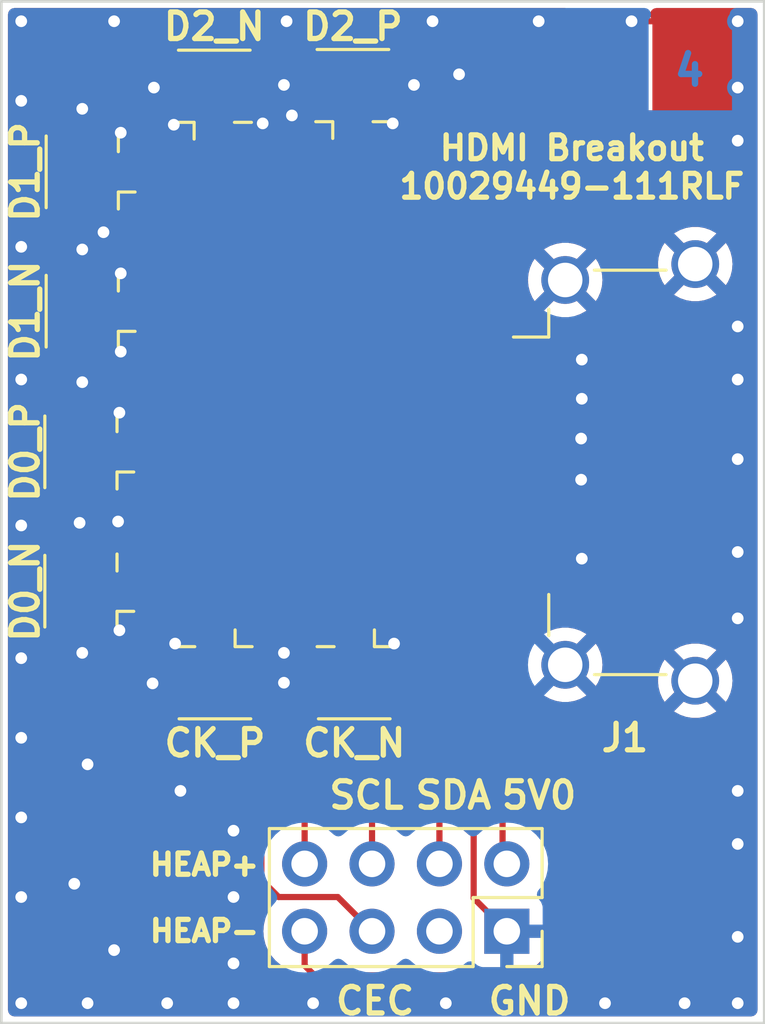
<source format=kicad_pcb>
(kicad_pcb (version 20221018) (generator pcbnew)
  (title_block (title "HDMI Breakout"))
  (layers (0 "F.Cu" signal) (1 "In1.Cu" power) (2 "In2.Cu" power) (31 "B.Cu" signal) (35 "F.Paste" user) (37 "F.SilkS" user "F.Silkscreen") (38 "B.Mask" user) (39 "F.Mask" user) (44 "Edge.Cuts" user))
  (net 0 "")
  (net 1 "D2_P")
  (net 2 "GND")
  (net 3 "D2_N")
  (net 4 "D1_P")
  (net 5 "D1_N")
  (net 6 "D0_P")
  (net 7 "D0_N")
  (net 8 "CK_P")
  (net 9 "CK_N")
  (net 10 "+5V")
  (net 11 "SCL")
  (net 12 "SDA")
  (net 13 "CEC")
  (net 14 "HEAP_P")
  (net 15 "HEAP_N")
  (footprint "Connector_HDMI:HDMI_A_Amphenol_10029449-x01xLF_Horizontal" (layer "F.Cu") (at 162 82 90)
    (fp_text reference "J1" (at -10 -1.75 unlocked) (layer "F.SilkS") (effects (font (thickness 0.2) bold)))
    (fp_text value "HDMI_A_1.4")
    (fp_line (start -7.62 -0.2) (end -7.62 -2.9) (stroke (width 0.12)) (layer "F.SilkS"))
    (fp_line (start -6.15 -4.62) (end -4.6 -4.62) (stroke (width 0.12)) (layer "F.SilkS"))
    (fp_line (start 5.1 -5.95) (end 5.1 -4.62) (stroke (width 0.12)) (layer "F.SilkS"))
    (fp_line (start 5.1 -4.62) (end 6.15 -4.62) (stroke (width 0.12)) (layer "F.SilkS"))
    (fp_line (start 7.62 -2.9) (end 7.62 -0.2) (stroke (width 0.12)) (layer "F.SilkS"))
    (pad "1" smd rect (at 4.75 -5 90) (size 0.3 1.9) (layers "F.Cu" "F.Paste" "F.Mask") (net 1 "D2_P"))
    (pad "2" smd rect (at 4.25 -5 90) (size 0.3 1.9) (layers "F.Cu" "F.Paste" "F.Mask") (net 2 "GND"))
    (pad "3" smd rect (at 3.75 -5 90) (size 0.3 1.9) (layers "F.Cu" "F.Paste" "F.Mask") (net 3 "D2_N"))
    (pad "4" smd rect (at 3.25 -5 90) (size 0.3 1.9) (layers "F.Cu" "F.Paste" "F.Mask") (net 4 "D1_P"))
    (pad "5" smd rect (at 2.75 -5 90) (size 0.3 1.9) (layers "F.Cu" "F.Paste" "F.Mask") (net 2 "GND"))
    (pad "6" smd rect (at 2.25 -5 90) (size 0.3 1.9) (layers "F.Cu" "F.Paste" "F.Mask") (net 5 "D1_N"))
    (pad "7" smd rect (at 1.75 -5 90) (size 0.3 1.9) (layers "F.Cu" "F.Paste" "F.Mask") (net 6 "D0_P"))
    (pad "8" smd rect (at 1.25 -5 90) (size 0.3 1.9) (layers "F.Cu" "F.Paste" "F.Mask") (net 2 "GND"))
    (pad "9" smd rect (at 0.75 -5 90) (size 0.3 1.9) (layers "F.Cu" "F.Paste" "F.Mask") (net 7 "D0_N"))
    (pad "10" smd rect (at 0.25 -5 90) (size 0.3 1.9) (layers "F.Cu" "F.Paste" "F.Mask") (net 8 "CK_P"))
    (pad "11" smd rect (at -0.25 -5 90) (size 0.3 1.9) (layers "F.Cu" "F.Paste" "F.Mask") (net 2 "GND"))
    (pad "12" smd rect (at -0.75 -5 90) (size 0.3 1.9) (layers "F.Cu" "F.Paste" "F.Mask") (net 9 "CK_N"))
    (pad "13" smd rect (at -1.25 -5 90) (size 0.3 1.9) (layers "F.Cu" "F.Paste" "F.Mask") (net 13 "CEC"))
    (pad "14" smd rect (at -1.75 -5 90) (size 0.3 1.9) (layers "F.Cu" "F.Paste" "F.Mask") (net 14 "HEAP_P"))
    (pad "15" smd rect (at -2.25 -5 90) (size 0.3 1.9) (layers "F.Cu" "F.Paste" "F.Mask") (net 11 "SCL"))
    (pad "16" smd rect (at -2.75 -5 90) (size 0.3 1.9) (layers "F.Cu" "F.Paste" "F.Mask") (net 12 "SDA"))
    (pad "17" smd rect (at -3.25 -5 90) (size 0.3 1.9) (layers "F.Cu" "F.Paste" "F.Mask") (net 2 "GND"))
    (pad "18" smd rect (at -3.75 -5 90) (size 0.3 1.9) (layers "F.Cu" "F.Paste" "F.Mask") (net 10 "+5V"))
    (pad "19" smd rect (at -4.25 -5 90) (size 0.3 1.9) (layers "F.Cu" "F.Paste" "F.Mask") (net 15 "HEAP_N"))
    (pad "SH" thru_hole circle (at -7.85 0.9 90) (size 1.8 1.8) (drill 1.3) (layers "*.Cu" "*.Mask") (net 2 "GND"))
    (pad "SH" thru_hole circle (at -7.25 -4 90) (size 1.8 1.8) (drill 1.3) (layers "*.Cu" "*.Mask") (net 2 "GND"))
    (pad "SH" thru_hole circle (at 7.25 -4 90) (size 1.8 1.8) (drill 1.3) (layers "*.Cu" "*.Mask") (net 2 "GND"))
    (pad "SH" thru_hole circle (at 7.85 0.9 90) (size 1.8 1.8) (drill 1.3) (layers "*.Cu" "*.Mask") (net 2 "GND"))
  )
  (footprint "Connector_PinSocket_2.54mm:PinSocket_2x04_P2.54mm_Vertical" (layer "F.Cu") (at 155.8 99.29 -90)
    (fp_text reference "J10" hide)
    (fp_text value "Control")
    (fp_text user "SDA" (at -4.54 3.55 unlocked) (layer "F.SilkS") (effects (font (thickness 0.2) bold) (justify left bottom)))
    (fp_text user "SCL" (at -4.54 6.8 unlocked) (layer "F.SilkS") (effects (font (thickness 0.2) bold) (justify left bottom)))
    (fp_text user "GND" (at 3.21 0.8 unlocked) (layer "F.SilkS") (effects (font (thickness 0.2) bold) (justify left bottom)))
    (fp_text user "5V0" (at -4.54 0.3 unlocked) (layer "F.SilkS") (effects (font (thickness 0.2) bold) (justify left bottom)))
    (fp_text user "CEC" (at 3.21 6.55 unlocked) (layer "F.SilkS") (effects (font (thickness 0.2) bold) (justify left bottom)))
    (fp_text user "HEAP+" (at -2.04 13.55 unlocked) (layer "F.SilkS") (effects (font (size 0.8 0.8) (thickness 0.2) bold) (justify left bottom)))
    (fp_text user "HEAP-" (at 0.46 13.55 unlocked) (layer "F.SilkS") (effects (font (size 0.8 0.8) (thickness 0.2) bold) (justify left bottom)))
    (fp_line (start -3.87 -1.33) (end -3.87 8.95) (stroke (width 0.12)) (layer "F.SilkS"))
    (fp_line (start -3.87 -1.33) (end -1.27 -1.33) (stroke (width 0.12)) (layer "F.SilkS"))
    (fp_line (start -3.87 8.95) (end 1.33 8.95) (stroke (width 0.12)) (layer "F.SilkS"))
    (fp_line (start -1.27 -1.33) (end -1.27 1.27) (stroke (width 0.12)) (layer "F.SilkS"))
    (fp_line (start -1.27 1.27) (end 1.33 1.27) (stroke (width 0.12)) (layer "F.SilkS"))
    (fp_line (start 0 -1.33) (end 1.33 -1.33) (stroke (width 0.12)) (layer "F.SilkS"))
    (fp_line (start 1.33 -1.33) (end 1.33 0) (stroke (width 0.12)) (layer "F.SilkS"))
    (fp_line (start 1.33 1.27) (end 1.33 8.95) (stroke (width 0.12)) (layer "F.SilkS"))
    (pad "1" thru_hole rect (at 0 0 270) (size 1.7 1.7) (drill 1) (layers "*.Cu" "*.Mask") (net 2 "GND"))
    (pad "2" thru_hole oval (at -2.54 0 270) (size 1.7 1.7) (drill 1) (layers "*.Cu" "*.Mask") (net 10 "+5V"))
    (pad "3" thru_hole oval (at 0 2.54 270) (size 1.7 1.7) (drill 1) (layers "*.Cu" "*.Mask"))
    (pad "4" thru_hole oval (at -2.54 2.54 270) (size 1.7 1.7) (drill 1) (layers "*.Cu" "*.Mask") (net 12 "SDA"))
    (pad "5" thru_hole oval (at 0 5.08 270) (size 1.7 1.7) (drill 1) (layers "*.Cu" "*.Mask") (net 13 "CEC"))
    (pad "6" thru_hole oval (at -2.54 5.08 270) (size 1.7 1.7) (drill 1) (layers "*.Cu" "*.Mask") (net 11 "SCL"))
    (pad "7" thru_hole oval (at 0 7.62 270) (size 1.7 1.7) (drill 1) (layers "*.Cu" "*.Mask") (net 15 "HEAP_N"))
    (pad "8" thru_hole oval (at -2.54 7.62 270) (size 1.7 1.7) (drill 1) (layers "*.Cu" "*.Mask") (net 14 "HEAP_P"))
  )
  (footprint "U.FL_w_Label:U.FL_Hirose_w_Label" (layer "F.Cu") (at 144.775 67.925 90)
    (fp_text reference "J3")
    (fp_text value "D2_N" (at 2.725 0) (layer "F.SilkS") (effects (font (thickness 0.2) bold)))
    (fp_line (start -0.885 -1.4) (end -0.885 -0.76) (stroke (width 0.12)) (layer "F.SilkS"))
    (fp_line (start -0.885 -0.76) (end -1.515 -0.76) (stroke (width 0.12)) (layer "F.SilkS"))
    (fp_line (start -0.885 1.4) (end -0.885 0.76) (stroke (width 0.12)) (layer "F.SilkS"))
    (fp_line (start 1.835 -1.35) (end 1.835 1.35) (stroke (width 0.12)) (layer "F.SilkS"))
    (pad "1" smd rect (at -1.05 0 90) (size 1.05 1) (layers "F.Cu" "F.Paste" "F.Mask") (net 3 "D2_N"))
    (pad "2" smd rect (at 0.475 -1.475 90) (size 2.2 1.05) (layers "F.Cu" "F.Paste" "F.Mask") (net 2 "GND"))
    (pad "2" smd rect (at 0.475 1.475 90) (size 2.2 1.05) (layers "F.Cu" "F.Paste" "F.Mask") (net 2 "GND"))
  )
  (footprint "U.FL_w_Label:U.FL_Hirose_w_Label" (layer "F.Cu") (at 140.275 75.925 180)
    (fp_text reference "J5")
    (fp_text value "D1_N" (at 2.625 0 90) (layer "F.SilkS") (effects (font (thickness 0.2) bold)))
    (fp_line (start -0.885 -1.4) (end -0.885 -0.76) (stroke (width 0.12)) (layer "F.SilkS"))
    (fp_line (start -0.885 -0.76) (end -1.515 -0.76) (stroke (width 0.12)) (layer "F.SilkS"))
    (fp_line (start -0.885 1.4) (end -0.885 0.76) (stroke (width 0.12)) (layer "F.SilkS"))
    (fp_line (start 1.835 -1.35) (end 1.835 1.35) (stroke (width 0.12)) (layer "F.SilkS"))
    (pad "1" smd rect (at -1.05 0 180) (size 1.05 1) (layers "F.Cu" "F.Paste" "F.Mask") (net 5 "D1_N"))
    (pad "2" smd rect (at 0.475 -1.475 180) (size 2.2 1.05) (layers "F.Cu" "F.Paste" "F.Mask") (net 2 "GND"))
    (pad "2" smd rect (at 0.475 1.475 180) (size 2.2 1.05) (layers "F.Cu" "F.Paste" "F.Mask") (net 2 "GND"))
  )
  (footprint "U.FL_w_Label:U.FL_Hirose_w_Label" (layer "F.Cu") (at 144.8 89.45 -90)
    (fp_text reference "J8")
    (fp_text value "CK_P" (at 2.75 0) (layer "F.SilkS") (effects (font (thickness 0.2) bold)))
    (fp_line (start -0.885 -1.4) (end -0.885 -0.76) (stroke (width 0.12)) (layer "F.SilkS"))
    (fp_line (start -0.885 -0.76) (end -1.515 -0.76) (stroke (width 0.12)) (layer "F.SilkS"))
    (fp_line (start -0.885 1.4) (end -0.885 0.76) (stroke (width 0.12)) (layer "F.SilkS"))
    (fp_line (start 1.835 -1.35) (end 1.835 1.35) (stroke (width 0.12)) (layer "F.SilkS"))
    (pad "1" smd rect (at -1.05 0 270) (size 1.05 1) (layers "F.Cu" "F.Paste" "F.Mask") (net 8 "CK_P"))
    (pad "2" smd rect (at 0.475 -1.475 270) (size 2.2 1.05) (layers "F.Cu" "F.Paste" "F.Mask") (net 2 "GND"))
    (pad "2" smd rect (at 0.475 1.475 270) (size 2.2 1.05) (layers "F.Cu" "F.Paste" "F.Mask") (net 2 "GND"))
  )
  (footprint "U.FL_w_Label:U.FL_Hirose_w_Label" (layer "F.Cu") (at 140.225 86.475 180)
    (fp_text reference "J7")
    (fp_text value "D0_N" (at 2.575 0 90) (layer "F.SilkS") (effects (font (thickness 0.2) bold)))
    (fp_line (start -0.885 -1.4) (end -0.885 -0.76) (stroke (width 0.12)) (layer "F.SilkS"))
    (fp_line (start -0.885 -0.76) (end -1.515 -0.76) (stroke (width 0.12)) (layer "F.SilkS"))
    (fp_line (start -0.885 1.4) (end -0.885 0.76) (stroke (width 0.12)) (layer "F.SilkS"))
    (fp_line (start 1.835 -1.35) (end 1.835 1.35) (stroke (width 0.12)) (layer "F.SilkS"))
    (pad "1" smd rect (at -1.05 0 180) (size 1.05 1) (layers "F.Cu" "F.Paste" "F.Mask") (net 7 "D0_N"))
    (pad "2" smd rect (at 0.475 -1.475 180) (size 2.2 1.05) (layers "F.Cu" "F.Paste" "F.Mask") (net 2 "GND"))
    (pad "2" smd rect (at 0.475 1.475 180) (size 2.2 1.05) (layers "F.Cu" "F.Paste" "F.Mask") (net 2 "GND"))
  )
  (footprint "U.FL_w_Label:U.FL_Hirose_w_Label" (layer "F.Cu") (at 150.05 89.45 -90)
    (fp_text reference "J9")
    (fp_text value "CK_N" (at 2.75 0) (layer "F.SilkS") (effects (font (thickness 0.2) bold)))
    (fp_line (start -0.885 -1.4) (end -0.885 -0.76) (stroke (width 0.12)) (layer "F.SilkS"))
    (fp_line (start -0.885 -0.76) (end -1.515 -0.76) (stroke (width 0.12)) (layer "F.SilkS"))
    (fp_line (start -0.885 1.4) (end -0.885 0.76) (stroke (width 0.12)) (layer "F.SilkS"))
    (fp_line (start 1.835 -1.35) (end 1.835 1.35) (stroke (width 0.12)) (layer "F.SilkS"))
    (pad "1" smd rect (at -1.05 0 270) (size 1.05 1) (layers "F.Cu" "F.Paste" "F.Mask") (net 9 "CK_N"))
    (pad "2" smd rect (at 0.475 -1.475 270) (size 2.2 1.05) (layers "F.Cu" "F.Paste" "F.Mask") (net 2 "GND"))
    (pad "2" smd rect (at 0.475 1.475 270) (size 2.2 1.05) (layers "F.Cu" "F.Paste" "F.Mask") (net 2 "GND"))
  )
  (footprint "U.FL_w_Label:U.FL_Hirose_w_Label" (layer "F.Cu") (at 140.225 81.225 180)
    (fp_text reference "J6")
    (fp_text value "D0_P" (at 2.575 0 90) (layer "F.SilkS") (effects (font (thickness 0.2) bold)))
    (fp_line (start -0.885 -1.4) (end -0.885 -0.76) (stroke (width 0.12)) (layer "F.SilkS"))
    (fp_line (start -0.885 -0.76) (end -1.515 -0.76) (stroke (width 0.12)) (layer "F.SilkS"))
    (fp_line (start -0.885 1.4) (end -0.885 0.76) (stroke (width 0.12)) (layer "F.SilkS"))
    (fp_line (start 1.835 -1.35) (end 1.835 1.35) (stroke (width 0.12)) (layer "F.SilkS"))
    (pad "1" smd rect (at -1.05 0 180) (size 1.05 1) (layers "F.Cu" "F.Paste" "F.Mask") (net 6 "D0_P"))
    (pad "2" smd rect (at 0.475 -1.475 180) (size 2.2 1.05) (layers "F.Cu" "F.Paste" "F.Mask") (net 2 "GND"))
    (pad "2" smd rect (at 0.475 1.475 180) (size 2.2 1.05) (layers "F.Cu" "F.Paste" "F.Mask") (net 2 "GND"))
  )
  (footprint "U.FL_w_Label:U.FL_Hirose_w_Label" (layer "F.Cu") (at 140.275 70.675 180)
    (fp_text reference "J4")
    (fp_text value "D1_P" (at 2.625 0 90) (layer "F.SilkS") (effects (font (thickness 0.2) bold)))
    (fp_line (start -0.885 -1.4) (end -0.885 -0.76) (stroke (width 0.12)) (layer "F.SilkS"))
    (fp_line (start -0.885 -0.76) (end -1.515 -0.76) (stroke (width 0.12)) (layer "F.SilkS"))
    (fp_line (start -0.885 1.4) (end -0.885 0.76) (stroke (width 0.12)) (layer "F.SilkS"))
    (fp_line (start 1.835 -1.35) (end 1.835 1.35) (stroke (width 0.12)) (layer "F.SilkS"))
    (pad "1" smd rect (at -1.05 0 180) (size 1.05 1) (layers "F.Cu" "F.Paste" "F.Mask") (net 4 "D1_P"))
    (pad "2" smd rect (at 0.475 -1.475 180) (size 2.2 1.05) (layers "F.Cu" "F.Paste" "F.Mask") (net 2 "GND"))
    (pad "2" smd rect (at 0.475 1.475 180) (size 2.2 1.05) (layers "F.Cu" "F.Paste" "F.Mask") (net 2 "GND"))
  )
  (footprint "U.FL_w_Label:U.FL_Hirose_w_Label" (layer "F.Cu") (at 150 67.9 90)
    (fp_text reference "J2")
    (fp_text value "D2_P" (at 2.7 0) (layer "F.SilkS") (effects (font (thickness 0.2) bold)))
    (fp_line (start -0.885 -1.4) (end -0.885 -0.76) (stroke (width 0.12)) (layer "F.SilkS"))
    (fp_line (start -0.885 -0.76) (end -1.515 -0.76) (stroke (width 0.12)) (layer "F.SilkS"))
    (fp_line (start -0.885 1.4) (end -0.885 0.76) (stroke (width 0.12)) (layer "F.SilkS"))
    (fp_line (start 1.835 -1.35) (end 1.835 1.35) (stroke (width 0.12)) (layer "F.SilkS"))
    (pad "1" smd rect (at -1.05 0 90) (size 1.05 1) (layers "F.Cu" "F.Paste" "F.Mask") (net 1 "D2_P"))
    (pad "2" smd rect (at 0.475 -1.475 90) (size 2.2 1.05) (layers "F.Cu" "F.Paste" "F.Mask") (net 2 "GND"))
    (pad "2" smd rect (at 0.475 1.475 90) (size 2.2 1.05) (layers "F.Cu" "F.Paste" "F.Mask") (net 2 "GND"))
  )
  (gr_line (start 136.75 102.75) (end 136.75 64.25) (stroke (width 0.1)) (layer "Edge.Cuts"))
  (gr_line (start 165.5 102.75) (end 165.5 64.25) (stroke (width 0.1)) (layer "Edge.Cuts"))
  (gr_line (start 165.5 102.75) (end 136.75 102.75) (stroke (width 0.1)) (layer "Edge.Cuts"))
  (gr_line (start 165.5 64.25) (end 136.75 64.25) (stroke (width 0.1)) (layer "Edge.Cuts"))
  (gr_text "1" (at 159 67.5) (layer "F.Cu") (effects (font (size 1.1 1.1) (thickness 0.24) bold) (justify left bottom)))
  (gr_text "4" (at 162 67.5) (layer "B.Cu") (effects (font (size 1.1 1.1) (thickness 0.24) bold) (justify left bottom)))
  (gr_text "HDMI Breakout\n10029449-111RLF" (at 158.25 71.75) (layer "F.SilkS") (effects (font (size 0.9 0.9) (thickness 0.2) bold) (justify bottom)))
  (segment (start 147.8 72.891631) (end 148.454184 73.545816) (width 0.2329) (layer "F.Cu") (net 1))
  (segment (start 150.655865 75.065916) (end 151.404492 74.31729) (width 0.2329) (layer "F.Cu") (net 1))
  (segment (start 148.55 68.95) (end 147.802731 69.697269) (width 0.2329) (layer "F.Cu") (net 1))
  (segment (start 152.702809 74.317291) (end 152.70281 74.317292) (width 0.2329) (layer "F.Cu") (net 1))
  (segment (start 148.454184 73.545816) (end 148.845816 73.545816) (width 0.2329) (layer "F.Cu") (net 1))
  (segment (start 151.954184 77.045817) (end 152.440319 77.53195) (width 0.2329) (layer "F.Cu") (net 1))
  (segment (start 155.293049 77.53195) (end 155.574999 77.25) (width 0.2329) (layer "F.Cu") (net 1))
  (segment (start 152.440319 77.53195) (end 155.293049 77.53195) (width 0.2329) (layer "F.Cu") (net 1))
  (segment (start 149.6 74.691632) (end 149.974284 75.065917) (width 0.2329) (layer "F.Cu") (net 1))
  (segment (start 150 68.95) (end 148.55 68.95) (width 0.2329) (layer "F.Cu") (net 1))
  (segment (start 155.574999 77.25) (end 157 77.25) (width 0.2329) (layer "F.Cu") (net 1))
  (segment (start 147.802731 69.697269) (end 147.802731 71.797269) (width 0.2329) (layer "F.Cu") (net 1))
  (segment (start 149.6 74.3) (end 149.6 74.691632) (width 0.2329) (layer "F.Cu") (net 1))
  (segment (start 147.802731 71.797269) (end 147.8 71.8) (width 0.2329) (layer "F.Cu") (net 1))
  (segment (start 148.845816 73.545816) (end 149.6 74.3) (width 0.2329) (layer "F.Cu") (net 1))
  (segment (start 147.8 71.8) (end 147.8 72.891631) (width 0.2329) (layer "F.Cu") (net 1))
  (segment (start 152.702809 75.615609) (end 151.954184 76.364235) (width 0.2329) (layer "F.Cu") (net 1))
  (arc (start 149.974284 75.065917) (mid 150.315075 75.207077) (end 150.655865 75.065916) (width 0.2329) (layer "F.Cu") (net 1))
  (arc (start 152.70281 74.317292) (mid 152.9717 74.966451) (end 152.702809 75.615609) (width 0.2329) (layer "F.Cu") (net 1))
  (arc (start 151.954184 76.364235) (mid 151.813024 76.705026) (end 151.954184 77.045817) (width 0.2329) (layer "F.Cu") (net 1))
  (arc (start 151.404492 74.31729) (mid 152.053651 74.0484) (end 152.702809 74.317291) (width 0.2329) (layer "F.Cu") (net 1))
  (segment (start 145.5 98) (end 145.5 95.5) (width 0.2329) (layer "F.Cu") (net 2))
  (segment (start 139.75 83.95) (end 139.75 85) (width 0.2329) (layer "F.Cu") (net 2))
  (segment (start 148.575 91.625) (end 146.2 94) (width 0.2329) (layer "F.Cu") (net 2))
  (segment (start 139.75 87.95) (end 141.2 87.95) (width 0.2329) (layer "F.Cu") (net 2))
  (segment (start 153 65) (end 157 65) (width 0.2329) (layer "F.Cu") (net 2))
  (segment (start 139.8 77.4) (end 139.8 78.6) (width 0.2329) (layer "F.Cu") (net 2))
  (segment (start 139.7 83.9) (end 139.7 82.75) (width 0.2329) (layer "F.Cu") (net 2))
  (segment (start 151.475 68.825) (end 151.5 68.85) (width 0.2329) (layer "F.Cu") (net 2))
  (segment (start 141.2 77.4) (end 141.25 77.45) (width 0.2329) (layer "F.Cu") (net 2))
  (segment (start 139.8 67.3) (end 137.5 65) (width 0.2329) (layer "F.Cu") (net 2))
  (segment (start 148.45 88.85) (end 147.45 88.85) (width 0.2329) (layer "F.Cu") (net 2))
  (segment (start 148.575 88.975) (end 148.45 88.85) (width 0.2329) (layer "F.Cu") (net 2))
  (segment (start 139.75 82.7) (end 140.2 82.7) (width 0.2329) (layer "F.Cu") (net 2))
  (segment (start 137.5 73.5) (end 137.5 78.5) (width 0.2329) (layer "F.Cu") (net 2))
  (segment (start 146.275 89.925) (end 146.275 89.425) (width 0.2329) (layer "F.Cu") (net 2))
  (segment (start 139.8 74.45) (end 141.2 74.45) (width 0.2329) (layer "F.Cu") (net 2))
  (segment (start 151.475 67.425) (end 152.275 67.425) (width 0.2329) (layer "F.Cu") (net 2))
  (segment (start 143.3 67.45) (end 143.3 68.85) (width 0.2329) (layer "F.Cu") (net 2))
  (segment (start 146.25 67.45) (end 146.25 68.5) (width 0.2329) (layer "F.Cu") (net 2))
  (segment (start 139.5 98.5) (end 141 100) (width 0.2329) (layer "F.Cu") (net 2))
  (segment (start 141 65) (end 147.5 65) (width 0.2329) (layer "F.Cu") (net 2))
  (segment (start 143.5 94) (end 141 94) (width 0.2329) (layer "F.Cu") (net 2))
  (segment (start 148.575 91.625) (end 149.225 91.625) (width 0.2329) (layer "F.Cu") (net 2))
  (segment (start 158.575 80.75) (end 158.6 80.725) (width 0.2329) (layer "F.Cu") (net 2))
  (segment (start 153.5 102) (end 159.5 102) (width 0.2329) (layer "F.Cu") (net 2))
  (segment (start 139.8 74.45) (end 139.8 73.6) (width 0.2329) (layer "F.Cu") (net 2))
  (segment (start 145.5 102) (end 145.5 100.5) (width 0.2329) (layer "F.Cu") (net 2))
  (segment (start 148.575 89.925) (end 148.575 91.625) (width 0.2329) (layer "F.Cu") (net 2))
  (segment (start 155.643961 85.25) (end 157 85.25) (width 0.2329) (layer "F.Cu") (net 2))
  (segment (start 151.525 88.475) (end 151.55 88.45) (width 0.2329) (layer "F.Cu") (net 2))
  (segment (start 160.5 65) (end 164.5 65) (width 0.2329) (layer "F.Cu") (net 2))
  (segment (start 139.8 72.15) (end 140.6 72.95) (width 0.2329) (layer "F.Cu") (net 2))
  (segment (start 143.3 67.45) (end 142.55 67.45) (width 0.2329) (layer "F.Cu") (net 2))
  (segment (start 139.75 85) (end 140.2 85) (width 0.2329) (layer "F.Cu") (net 2))
  (segment (start 141.2 74.45) (end 141.25 74.5) (width 0.2329) (layer "F.Cu") (net 2))
  (segment (start 164.5 85) (end 164.5 81.5) (width 0.2329) (layer "F.Cu") (net 2))
  (segment (start 157 80.75) (end 158.575 80.75) (width 0.2329) (layer "F.Cu") (net 2))
  (segment (start 155.8 99.29) (end 154.55 98.04) (width 0.2329) (layer "F.Cu") (net 2))
  (segment (start 152.275 67.425) (end 152.3 67.4) (width 0.2329) (layer "F.Cu") (net 2))
  (segment (start 139.75 88.75) (end 139.8 88.8) (width 0.2329) (layer "F.Cu") (net 2))
  (segment (start 140 102) (end 143 102) (width 0.2329) (layer "F.Cu") (net 2))
  (segment (start 154.55 98.04) (end 154.55 92.75) (width 0.2329) (layer "F.Cu") (net 2))
  (segment (start 141.15 84.05) (end 141.15 83.85) (width 0.2329) (layer "F.Cu") (net 2))
  (segment (start 158.6 79.25) (end 158.625 79.225) (width 0.2329) (layer "F.Cu") (net 2))
  (segment (start 146.25 67.45) (end 147.35 67.45) (width 0.2329) (layer "F.Cu") (net 2))
  (segment (start 151.525 89.925) (end 151.525 88.475) (width 0.2329) (layer "F.Cu") (net 2))
  (segment (start 140.2 82.7) (end 141.15 83.65) (width 0.2329) (layer "F.Cu") (net 2))
  (segment (start 139.8 77.4) (end 141.2 77.4) (width 0.2329) (layer "F.Cu") (net 2))
  (segment (start 139.75 87.95) (end 139.75 88.75) (width 0.2329) (layer "F.Cu") (net 2))
  (segment (start 147.4 88.8) (end 147.4 89.925) (width 0.2329) (layer "F.Cu") (net 2))
  (segment (start 141 94) (end 140 93) (width 0.2329) (layer "F.Cu") (net 2))
  (segment (start 162.5 102) (end 164.5 102) (width 0.2329) (layer "F.Cu") (net 2))
  (segment (start 139.7 82.75) (end 139.75 82.7) (width 0.2329) (layer "F.Cu") (net 2))
  (segment (start 140.2 85) (end 141.15 84.05) (width 0.2329) (layer "F.Cu") (net 2))
  (segment (start 143.325 89.925) (end 143.325 88.475) (width 0.2329) (layer "F.Cu") (net 2))
  (segment (start 164.5 69.5) (end 164.5 67.5) (width 0.2329) (layer "F.Cu") (net 2))
  (segment (start 139.75 78.65) (end 139.8 78.6) (width 0.2329) (layer "F.Cu") (net 2))
  (segment (start 155.2028 92.0972) (end 155.2028 85.691161) (width 0.2329) (layer "F.Cu") (net 2))
  (segment (start 148.525 67.425) (end 147.425 67.425) (width 0.2329) (layer "F.Cu") (net 2))
  (segment (start 147.4 89.925) (end 146.275 89.925) (width 0.2329) (layer "F.Cu") (net 2))
  (segment (start 148.525 67.725) (end 147.7 68.55) (width 0.2329) (layer "F.Cu") (net 2))
  (segment (start 139.75 79.75) (end 139.75 78.65) (width 0.2329) (layer "F.Cu") (net 2))
  (segment (start 164.66645 87.66645) (end 164.5 87.5) (width 0.2329) (layer "F.Cu") (net 2))
  (segment (start 158.55 82.25) (end 158.575 82.275) (width 0.2329) (layer "F.Cu") (net 2))
  (segment (start 147.4 89.925) (end 148.575 89.925) (width 0.2329) (layer "F.Cu") (net 2))
  (segment (start 143.325 89.925) (end 142.475 89.925) (width 0.2329) (layer "F.Cu") (net 2))
  (segment (start 146.2 94) (end 143.5 94) (width 0.2329) (layer "F.Cu") (net 2))
  (segment (start 137.5 65) (end 137.5 68) (width 0.2329) (layer "F.Cu") (net 2))
  (segment (start 157 85.25) (end 158.55 85.25) (width 0.2329) (layer "F.Cu") (net 2))
  (segment (start 146.9 88.8) (end 147.4 88.8) (width 0.2329) (layer "F.Cu") (net 2))
  (segment (start 157 79.25) (end 158.6 79.25) (width 0.2329) (layer "F.Cu") (net 2))
  (segment (start 153 66) (end 154 67) (width 0.2329) (layer "F.Cu") (net 2))
  (segment (start 137.5 98) (end 137.5 102) (width 0.2329) (layer "F.Cu") (net 2))
  (segment (start 139.5 97.5) (end 139.5 98.5) (width 0.2329) (layer "F.Cu") (net 2))
  (segment (start 148.525 67.425) (end 148.525 67.725) (width 0.2329) (layer "F.Cu") (net 2))
  (segment (start 157 77.75) (end 158.625 77.75) (width 0.2329) (layer "F.Cu") (net 2))
  (segment (start 141.15 83.65) (end 141.15 83.85) (width 0.2329) (layer "F.Cu") (net 2))
  (segment (start 164.5 99.5) (end 164.5 96) (width 0.2329) (layer "F.Cu") (net 2))
  (segment (start 139.8 72.15) (end 139.8 73.6) (width 0.2329) (layer "F.Cu") (net 2))
  (segment (start 150.05 89.925) (end 151.525 89.925) (width 0.2329) (layer "F.Cu") (net 2))
  (segment (start 148.575 89.925) (end 150.05 89.925) (width 0.2329) (layer "F.Cu") (net 2))
  (segment (start 142.55 67.45) (end 142.5 67.5) (width 0.2329) (layer "F.Cu") (net 2))
  (segment (start 139.8 69.2) (end 141.25 69.2) (width 0.2329) (layer "F.Cu") (net 2))
  (segment (start 147.425 67.425) (end 147.4 67.4) (width 0.2329) (layer "F.Cu") (net 2))
  (segment (start 137.5 92) (end 137.5 95) (width 0.2329) (layer "F.Cu") (net 2))
  (segment (start 145.5 102) (end 148.5 102) (width 0.2329) (layer "F.Cu") (net 2))
  (segment (start 139.8 68.3) (end 139.8 67.3) (width 0.2329) (layer "F.Cu") (net 2))
  (segment (start 137.5 84) (end 137.5 89) (width 0.2329) (layer "F.Cu") (net 2))
  (segment (start 164.5 78.5) (end 164.5 76.5) (width 0.2329) (layer "F.Cu") (net 2))
  (segment (start 153 65) (end 153 66) (width 0.2329) (layer "F.Cu") (net 2))
  (segment (start 147.35 67.45) (end 147.4 67.4) (width 0.2329) (layer "F.Cu") (net 2))
  (segment (start 149.225 91.625) (end 150.05 90.8) (width 0.2329) (layer "F.Cu") (net 2))
  (segment (start 146.25 68.5) (end 146.6 68.85) (width 0.2329) (layer "F.Cu") (net 2))
  (segment (start 148.575 89.925) (end 148.575 88.975) (width 0.2329) (layer "F.Cu") (net 2))
  (segment (start 150.05 89.925) (end 150.05 90.8) (width 0.2329) (layer "F.Cu") (net 2))
  (segment (start 143.325 88.475) (end 143.3 88.45) (width 0.2329) (layer "F.Cu") (net 2))
  (segment (start 139.75 79.75) (end 141.2 79.75) (width 0.2329) (layer "F.Cu") (net 2))
  (segment (start 139.8 69.2) (end 139.8 68.3) (width 0.2329) (layer "F.Cu") (net 2))
  (segment (start 143.3 68.85) (end 143.25 68.9) (width 0.2329) (layer "F.Cu") (net 2))
  (segment (start 139.7 83.9) (end 139.75 83.95) (width 0.2329) (layer "F.Cu") (net 2))
  (segment (start 157 82.25) (end 158.55 82.25) (width 0.2329) (layer "F.Cu") (net 2))
  (segment (start 146.275 89.425) (end 146.9 88.8) (width 0.2329) (layer "F.Cu") (net 2))
  (segment (start 164.5 94) (end 164.66645 93.83355) (width 0.2329) (layer "F.Cu") (net 2))
  (segment (start 147.45 88.85) (end 147.4 88.8) (width 0.2329) (layer "F.Cu") (net 2))
  (segment (start 164.66645 93.83355) (end 164.66645 87.66645) (width 0.2329) (layer "F.Cu") (net 2))
  (segment (start 155.2028 85.691161) (end 155.643961 85.25) (width 0.2329) (layer "F.Cu") (net 2))
  (segment (start 142.475 89.925) (end 142.45 89.95) (width 0.2329) (layer "F.Cu") (net 2))
  (segment (start 154.55 92.75) (end 155.2028 92.0972) (width 0.2329) (layer "F.Cu") (net 2))
  (segment (start 151.475 67.425) (end 151.475 68.825) (width 0.2329) (layer "F.Cu") (net 2))
  (segment (start 158.55 85.25) (end 158.575 85.275) (width 0.2329) (layer "F.Cu") (net 2))
  (via (at 141.25 69.2) (size 0.8) (drill 0.44) (layers "F.Cu" "B.Cu") (net 2))
  (via (at 137.5 98) (size 0.8) (drill 0.44) (layers "F.Cu" "B.Cu") (net 2))
  (via (at 148.5 102) (size 0.8) (drill 0.44) (layers "F.Cu" "B.Cu") (net 2))
  (via (at 141.25 74.5) (size 0.8) (drill 0.44) (layers "F.Cu" "B.Cu") (net 2))
  (via (at 137.5 102) (size 0.8) (drill 0.44) (layers "F.Cu" "B.Cu") (net 2))
  (via (at 164.5 69.5) (size 0.8) (drill 0.44) (layers "F.Cu" "B.Cu") (net 2))
  (via (at 142.45 89.95) (size 0.8) (drill 0.44) (layers "F.Cu" "B.Cu") (net 2))
  (via (at 147.4 67.4) (size 0.8) (drill 0.44) (layers "F.Cu" "B.Cu") (net 2))
  (via (at 164.5 85) (size 0.8) (drill 0.44) (layers "F.Cu" "B.Cu") (net 2))
  (via (at 158.625 79.225) (size 0.8) (drill 0.44) (layers "F.Cu" "B.Cu") (net 2))
  (via (at 137.5 89) (size 0.8) (drill 0.44) (layers "F.Cu" "B.Cu") (net 2))
  (via (at 164.5 81.5) (size 0.8) (drill 0.44) (layers "F.Cu" "B.Cu") (net 2))
  (via (at 147.4 89.925) (size 0.8) (drill 0.44) (layers "F.Cu" "B.Cu") (net 2))
  (via (at 153 65) (size 0.8) (drill 0.44) (layers "F.Cu" "B.Cu") (net 2))
  (via (at 164.5 96) (size 0.8) (drill 0.44) (layers "F.Cu" "B.Cu") (net 2))
  (via (at 164.5 94) (size 0.8) (drill 0.44) (layers "F.Cu" "B.Cu") (net 2))
  (via (at 164.5 65) (size 0.8) (drill 0.44) (layers "F.Cu" "B.Cu") (net 2))
  (via (at 137.5 68) (size 0.8) (drill 0.44) (layers "F.Cu" "B.Cu") (net 2))
  (via (at 141.25 77.45) (size 0.8) (drill 0.44) (layers "F.Cu" "B.Cu") (net 2))
  (via (at 158.625 77.75) (size 0.8) (drill 0.44) (layers "F.Cu" "B.Cu") (net 2))
  (via (at 137.5 95) (size 0.8) (drill 0.44) (layers "F.Cu" "B.Cu") (net 2))
  (via (at 140 93) (size 0.8) (drill 0.44) (layers "F.Cu" "B.Cu") (net 2))
  (via (at 164.5 67.5) (size 0.8) (drill 0.44) (layers "F.Cu" "B.Cu") (net 2))
  (via (at 158.6 80.725) (size 0.8) (drill 0.44) (layers "F.Cu" "B.Cu") (net 2))
  (via (at 140.6 72.95) (size 0.8) (drill 0.44) (layers "F.Cu" "B.Cu") (net 2))
  (via (at 141.2 79.75) (size 0.8) (drill 0.44) (layers "F.Cu" "B.Cu") (net 2))
  (via (at 140 102) (size 0.8) (drill 0.44) (layers "F.Cu" "B.Cu") (net 2))
  (via (at 141.2 87.95) (size 0.8) (drill 0.44) (layers "F.Cu" "B.Cu") (net 2))
  (via (at 139.8 88.8) (size 0.8) (drill 0.44) (layers "F.Cu" "B.Cu") (net 2))
  (via (at 147.5 65) (size 0.8) (drill 0.44) (layers "F.Cu" "B.Cu") (net 2))
  (via (at 143 102) (size 0.8) (drill 0.44) (layers "F.Cu" "B.Cu") (net 2))
  (via (at 164.5 87.5) (size 0.8) (drill 0.44) (layers "F.Cu" "B.Cu") (net 2))
  (via (at 137.5 84) (size 0.8) (drill 0.44) (layers "F.Cu" "B.Cu") (net 2))
  (via (at 160.5 65) (size 0.8) (drill 0.44) (layers "F.Cu" "B.Cu") (net 2))
  (via (at 143.25 68.9) (size 0.8) (drill 0.44) (layers "F.Cu" "B.Cu") (net 2))
  (via (at 153.5 102) (size 0.8) (drill 0.44) (layers "F.Cu" "B.Cu") (net 2))
  (via (at 137.5 65) (size 0.8) (drill 0.44) (layers "F.Cu" "B.Cu") (net 2))
  (via (at 152.3 67.4) (size 0.8) (drill 0.44) (layers "F.Cu" "B.Cu") (net 2))
  (via (at 147.4 88.8) (size 0.8) (drill 0.44) (layers "F.Cu" "B.Cu") (net 2))
  (via (at 139.8 78.6) (size 0.8) (drill 0.44) (layers "F.Cu" "B.Cu") (net 2))
  (via (at 137.5 78.5) (size 0.8) (drill 0.44) (layers "F.Cu" "B.Cu") (net 2))
  (via (at 154 67) (size 0.8) (drill 0.44) (layers "F.Cu" "B.Cu") (net 2))
  (via (at 141 100) (size 0.8) (drill 0.44) (layers "F.Cu" "B.Cu") (net 2))
  (via (at 137.5 73.5) (size 0.8) (drill 0.44) (layers "F.Cu" "B.Cu") (net 2))
  (via (at 145.5 98) (size 0.8) (drill 0.44) (layers "F.Cu" "B.Cu") (net 2))
  (via (at 141.15 83.85) (size 0.8) (drill 0.44) (layers "F.Cu" "B.Cu") (net 2))
  (via (at 162.5 102) (size 0.8) (drill 0.44) (layers "F.Cu" "B.Cu") (net 2))
  (via (at 164.5 102) (size 0.8) (drill 0.44) (layers "F.Cu" "B.Cu") (net 2))
  (via (at 139.8 73.6) (size 0.8) (drill 0.44) (layers "F.Cu" "B.Cu") (net 2))
  (via (at 139.8 68.3) (size 0.8) (drill 0.44) (layers "F.Cu" "B.Cu") (net 2))
  (via (at 151.55 88.45) (size 0.8) (drill 0.44) (layers "F.Cu" "B.Cu") (net 2))
  (via (at 145.5 95.5) (size 0.8) (drill 0.44) (layers "F.Cu" "B.Cu") (net 2))
  (via (at 139.5 97.5) (size 0.8) (drill 0.44) (layers "F.Cu" "B.Cu") (net 2))
  (via (at 158.6 82.275) (size 0.8) (drill 0.44) (layers "F.Cu" "B.Cu") (net 2))
  (via (at 142.5 67.5) (size 0.8) (drill 0.44) (layers "F.Cu" "B.Cu") (net 2))
  (via (at 145.5 102) (size 0.8) (drill 0.44) (layers "F.Cu" "B.Cu") (net 2))
  (via (at 143.5 94) (size 0.8) (drill 0.44) (layers "F.Cu" "B.Cu") (net 2))
  (via (at 151.5 68.85) (size 0.8) (drill 0.44) (layers "F.Cu" "B.Cu") (net 2))
  (via (at 143.3 88.45) (size 0.8) (drill 0.44) (layers "F.Cu" "B.Cu") (net 2))
  (via (at 158.625 85.25) (size 0.8) (drill 0.44) (layers "F.Cu" "B.Cu") (net 2))
  (via (at 146.6 68.85) (size 0.8) (drill 0.44) (layers "F.Cu" "B.Cu") (net 2))
  (via (at 141 65) (size 0.8) (drill 0.44) (layers "F.Cu" "B.Cu") (net 2))
  (via (at 145.5 100.5) (size 0.8) (drill 0.44) (layers "F.Cu" "B.Cu") (net 2))
  (via (at 164.5 76.5) (size 0.8) (drill 0.44) (layers "F.Cu" "B.Cu") (net 2))
  (via (at 164.5 99.5) (size 0.8) (drill 0.44) (layers "F.Cu" "B.Cu") (net 2))
  (via (at 159.5 102) (size 0.8) (drill 0.44) (layers "F.Cu" "B.Cu") (net 2))
  (via (at 164.5 78.5) (size 0.8) (drill 0.44) (layers "F.Cu" "B.Cu") (net 2))
  (via (at 157 65) (size 0.8) (drill 0.44) (layers "F.Cu" "B.Cu") (net 2))
  (via (at 139.7 83.9) (size 0.8) (drill 0.44) (layers "F.Cu" "B.Cu") (net 2))
  (via (at 137.5 92) (size 0.8) (drill 0.44) (layers "F.Cu" "B.Cu") (net 2))
  (via (at 147.7 68.55) (size 0.8) (drill 0.44) (layers "F.Cu" "B.Cu") (net 2))
  (segment (start 137.5 95) (end 137.5 98) (width 0.2329) (layer "B.Cu") (net 2))
  (segment (start 143 102) (end 145.5 102) (width 0.2329) (layer "B.Cu") (net 2))
  (segment (start 145.5 100.5) (end 145.5 98) (width 0.2329) (layer "B.Cu") (net 2))
  (segment (start 137.5 65) (end 141 65) (width 0.2329) (layer "B.Cu") (net 2))
  (segment (start 145.5 95.5) (end 145 95.5) (width 0.2329) (layer "B.Cu") (net 2))
  (segment (start 164.5 87.5) (end 164.5 85) (width 0.2329) (layer "B.Cu") (net 2))
  (segment (start 137.5 68) (end 137.5 73.5) (width 0.2329) (layer "B.Cu") (net 2))
  (segment (start 159.5 102) (end 162.5 102) (width 0.2329) (layer "B.Cu") (net 2))
  (segment (start 148.5 102) (end 153.5 102) (width 0.2329) (layer "B.Cu") (net 2))
  (segment (start 164.5 96) (end 164.5 94) (width 0.2329) (layer "B.Cu") (net 2))
  (segment (start 137.5 78.5) (end 137.5 84) (width 0.2329) (layer "B.Cu") (net 2))
  (segment (start 140 93) (end 140 97) (width 0.2329) (layer "B.Cu") (net 2))
  (segment (start 145 95.5) (end 143.5 94) (width 0.2329) (layer "B.Cu") (net 2))
  (segment (start 164.5 67.5) (end 164.5 65) (width 0.2329) (layer "B.Cu") (net 2))
  (segment (start 158.575 85.275) (end 158.6 85.275) (width 0.2329) (layer "B.Cu") (net 2))
  (segment (start 164.5 81.5) (end 164.5 78.5) (width 0.2329) (layer "B.Cu") (net 2))
  (segment (start 147.5 65) (end 153 65) (width 0.2329) (layer "B.Cu") (net 2))
  (segment (start 164.66645 69.66645) (end 164.5 69.5) (width 0.2329) (layer "B.Cu") (net 2))
  (segment (start 140 97) (end 139.5 97.5) (width 0.2329) (layer "B.Cu") (net 2))
  (segment (start 164.5 102) (end 164.5 99.5) (width 0.2329) (layer "B.Cu") (net 2))
  (segment (start 158.6 85.275) (end 158.625 85.25) (width 0.2329) (layer "B.Cu") (net 2))
  (segment (start 158.575 82.275) (end 158.6 82.275) (width 0.2329) (layer "B.Cu") (net 2))
  (segment (start 164.5 76.5) (end 164.66645 76.33355) (width 0.2329) (layer "B.Cu") (net 2))
  (segment (start 137.5 89) (end 137.5 92) (width 0.2329) (layer "B.Cu") (net 2))
  (segment (start 164.66645 76.33355) (end 164.66645 69.66645) (width 0.2329) (layer "B.Cu") (net 2))
  (segment (start 137.5 102) (end 140 102) (width 0.2329) (layer "B.Cu") (net 2))
  (segment (start 157 65) (end 160.5 65) (width 0.2329) (layer "B.Cu") (net 2))
  (segment (start 151.712861 74.625658) (end 151.71286 74.625659) (width 0.2329) (layer "F.Cu") (net 3))
  (segment (start 145.2 69.4) (end 144.775 68.975) (width 0.2329) (layer "F.Cu") (net 3))
  (segment (start 149.665917 75.374285) (end 149.665916 75.374284) (width 0.2329) (layer "F.Cu") (net 3))
  (segment (start 151.645817 76.055868) (end 151.645817 76.055867) (width 0.2329) (layer "F.Cu") (net 3))
  (segment (start 152.394443 74.62566) (end 152.394442 74.625659) (width 0.2329) (layer "F.Cu") (net 3))
  (segment (start 151.71286 74.625659) (end 150.964234 75.374284) (width 0.2329) (layer "F.Cu") (net 3))
  (segment (start 147.3639 70.969361) (end 147.36663 70.96663) (width 0.2329) (layer "F.Cu") (net 3))
  (segment (start 152.259681 77.96805) (end 151.645817 77.354184) (width 0.2329) (layer "F.Cu") (net 3))
  (segment (start 157 78.25) (end 155.574999 78.25) (width 0.2329) (layer "F.Cu") (net 3))
  (segment (start 147.3639 73.072269) (end 147.3639 70.969361) (width 0.2329) (layer "F.Cu") (net 3))
  (segment (start 155.293049 77.96805) (end 152.259681 77.96805) (width 0.2329) (layer "F.Cu") (net 3))
  (segment (start 151.645817 76.055867) (end 152.394442 75.307241) (width 0.2329) (layer "F.Cu") (net 3))
  (segment (start 149.665916 75.374284) (end 147.3639 73.072269) (width 0.2329) (layer "F.Cu") (net 3))
  (segment (start 147.36663 70.96663) (end 145.8 69.4) (width 0.2329) (layer "F.Cu") (net 3))
  (segment (start 155.574999 78.25) (end 155.293049 77.96805) (width 0.2329) (layer "F.Cu") (net 3))
  (segment (start 145.8 69.4) (end 145.2 69.4) (width 0.2329) (layer "F.Cu") (net 3))
  (arc (start 152.394442 75.307241) (mid 152.535603 74.966451) (end 152.394443 74.62566) (width 0.2329) (layer "F.Cu") (net 3))
  (arc (start 150.964234 75.374284) (mid 150.315076 75.643175) (end 149.665917 75.374285) (width 0.2329) (layer "F.Cu") (net 3))
  (arc (start 152.394442 74.625659) (mid 152.053652 74.484498) (end 151.712861 74.625658) (width 0.2329) (layer "F.Cu") (net 3))
  (arc (start 151.645817 77.354184) (mid 151.376927 76.705026) (end 151.645817 76.055868) (width 0.2329) (layer "F.Cu") (net 3))
  (segment (start 149.76805 79.03195) (end 150.2 78.6) (width 0.2329) (layer "F.Cu") (net 4))
  (segment (start 149.040318 79.03195) (end 149.76805 79.03195) (width 0.2329) (layer "F.Cu") (net 4))
  (segment (start 155.293049 79.03195) (end 155.574999 78.75) (width 0.2329) (layer "F.Cu") (net 4))
  (segment (start 150.2 78.6) (end 150.86805 78.6) (width 0.2329) (layer "F.Cu") (net 4))
  (segment (start 151.3 79.03195) (end 155.293049 79.03195) (width 0.2329) (layer "F.Cu") (net 4))
  (segment (start 141.325 70.675) (end 141.5 70.85) (width 0.2329) (layer "F.Cu") (net 4))
  (segment (start 141.5 70.85) (end 141.5 73.2) (width 0.2329) (layer "F.Cu") (net 4))
  (segment (start 150.86805 78.6) (end 151.3 79.03195) (width 0.2329) (layer "F.Cu") (net 4))
  (segment (start 155.574999 78.75) (end 157 78.75) (width 0.2329) (layer "F.Cu") (net 4))
  (segment (start 142.1639 73.8639) (end 143.872268 73.8639) (width 0.2329) (layer "F.Cu") (net 4))
  (segment (start 141.5 73.2) (end 142.1639 73.8639) (width 0.2329) (layer "F.Cu") (net 4))
  (segment (start 143.872268 73.8639) (end 149.040318 79.03195) (width 0.2329) (layer "F.Cu") (net 4))
  (segment (start 146.405866 78.004184) (end 146.405865 78.004185) (width 0.2329) (layer "F.Cu") (net 5))
  (segment (start 146.405865 78.004185) (end 146.129865 78.280182) (width 0.2329) (layer "F.Cu") (net 5))
  (segment (start 155.574999 79.75) (end 155.293049 79.46805) (width 0.2329) (layer "F.Cu") (net 5))
  (segment (start 148.85968 79.46805) (end 147.395815 78.004185) (width 0.2329) (layer "F.Cu") (net 5))
  (segment (start 141.325 75.875) (end 141.325 75.925) (width 0.2329) (layer "F.Cu") (net 5))
  (segment (start 143.69163 74.3) (end 142.9 74.3) (width 0.2329) (layer "F.Cu") (net 5))
  (segment (start 145.415914 76.024284) (end 145.415916 76.024286) (width 0.2329) (layer "F.Cu") (net 5))
  (segment (start 145.139914 77.290233) (end 145.139915 77.290232) (width 0.2329) (layer "F.Cu") (net 5))
  (segment (start 155.293049 79.46805) (end 148.85968 79.46805) (width 0.2329) (layer "F.Cu") (net 5))
  (segment (start 142.9 74.3) (end 141.325 75.875) (width 0.2329) (layer "F.Cu") (net 5))
  (segment (start 145.415916 76.024286) (end 143.69163 74.3) (width 0.2329) (layer "F.Cu") (net 5))
  (segment (start 157 79.75) (end 155.574999 79.75) (width 0.2329) (layer "F.Cu") (net 5))
  (segment (start 145.139915 77.290232) (end 145.415914 77.014234) (width 0.2329) (layer "F.Cu") (net 5))
  (arc (start 145.139915 78.280182) (mid 144.934889 77.785208) (end 145.139914 77.290233) (width 0.2329) (layer "F.Cu") (net 5))
  (arc (start 146.129865 78.280182) (mid 145.63489 78.485207) (end 145.139915 78.280182) (width 0.2329) (layer "F.Cu") (net 5))
  (arc (start 145.415914 77.014234) (mid 145.620939 76.519259) (end 145.415914 76.024284) (width 0.2329) (layer "F.Cu") (net 5))
  (arc (start 147.395815 78.004185) (mid 146.900841 77.799159) (end 146.405866 78.004184) (width 0.2329) (layer "F.Cu") (net 5))
  (segment (start 155.293049 80.53195) (end 147.55968 80.53195) (width 0.2329) (layer "F.Cu") (net 6))
  (segment (start 145.284793 80.505495) (end 145.149908 80.640379) (width 0.2329) (layer "F.Cu") (net 6))
  (segment (start 145.304092 82.787536) (end 144.40968 83.68195) (width 0.2329) (layer "F.Cu") (net 6))
  (segment (start 155.574999 80.25) (end 155.293049 80.53195) (width 0.2329) (layer "F.Cu") (net 6))
  (segment (start 145.304092 82.787535) (end 145.304092 82.787536) (width 0.2329) (layer "F.Cu") (net 6))
  (segment (start 147.55968 80.53195) (end 147.43195 80.65968) (width 0.2329) (layer "F.Cu") (net 6))
  (segment (start 145.284793 80.505494) (end 145.284793 80.505495) (width 0.2329) (layer "F.Cu") (net 6))
  (segment (start 141.8 83.1) (end 141.8 81.75) (width 0.2329) (layer "F.Cu") (net 6))
  (segment (start 141.8 81.75) (end 141.275 81.225) (width 0.2329) (layer "F.Cu") (net 6))
  (segment (start 157 80.25) (end 155.574999 80.25) (width 0.2329) (layer "F.Cu") (net 6))
  (segment (start 144.40968 83.68195) (end 142.38195 83.68195) (width 0.2329) (layer "F.Cu") (net 6))
  (segment (start 145.149907 81.945234) (end 145.149908 81.945235) (width 0.2329) (layer "F.Cu") (net 6))
  (segment (start 145.149908 81.945235) (end 145.304092 82.099419) (width 0.2329) (layer "F.Cu") (net 6))
  (segment (start 146.743834 80.65968) (end 146.743833 80.65968) (width 0.2329) (layer "F.Cu") (net 6))
  (segment (start 142.38195 83.68195) (end 141.8 83.1) (width 0.2329) (layer "F.Cu") (net 6))
  (segment (start 146.743833 80.65968) (end 146.589648 80.505495) (width 0.2329) (layer "F.Cu") (net 6))
  (arc (start 146.589648 80.505495) (mid 145.937221 80.23525) (end 145.284793 80.505494) (width 0.2329) (layer "F.Cu") (net 6))
  (arc (start 145.304092 82.099419) (mid 145.446605 82.443477) (end 145.304092 82.787535) (width 0.2329) (layer "F.Cu") (net 6))
  (arc (start 145.149908 80.640379) (mid 144.879663 81.292806) (end 145.149907 81.945234) (width 0.2329) (layer "F.Cu") (net 6))
  (arc (start 147.43195 80.65968) (mid 147.087892 80.802193) (end 146.743834 80.65968) (width 0.2329) (layer "F.Cu") (net 6))
  (segment (start 146.435464 80.968049) (end 146.281279 80.813864) (width 0.2329) (layer "F.Cu") (net 7))
  (segment (start 141.8 85.95) (end 141.275 86.475) (width 0.2329) (layer "F.Cu") (net 7))
  (segment (start 145.593163 80.813864) (end 145.593162 80.813864) (width 0.2329) (layer "F.Cu") (net 7))
  (segment (start 146.435465 80.968049) (end 146.435464 80.968049) (width 0.2329) (layer "F.Cu") (net 7))
  (segment (start 145.458277 81.636865) (end 145.612461 81.791049) (width 0.2329) (layer "F.Cu") (net 7))
  (segment (start 155.574999 81.25) (end 155.293049 80.96805) (width 0.2329) (layer "F.Cu") (net 7))
  (segment (start 144.59032 84.11805) (end 142.38195 84.11805) (width 0.2329) (layer "F.Cu") (net 7))
  (segment (start 145.612462 83.095904) (end 145.612461 83.095904) (width 0.2329) (layer "F.Cu") (net 7))
  (segment (start 145.458276 81.636865) (end 145.458277 81.636865) (width 0.2329) (layer "F.Cu") (net 7))
  (segment (start 145.612461 83.095904) (end 144.59032 84.11805) (width 0.2329) (layer "F.Cu") (net 7))
  (segment (start 141.8 84.7) (end 141.8 85.95) (width 0.2329) (layer "F.Cu") (net 7))
  (segment (start 142.38195 84.11805) (end 141.8 84.7) (width 0.2329) (layer "F.Cu") (net 7))
  (segment (start 157 81.25) (end 155.574999 81.25) (width 0.2329) (layer "F.Cu") (net 7))
  (segment (start 145.593162 80.813864) (end 145.458277 80.948748) (width 0.2329) (layer "F.Cu") (net 7))
  (segment (start 155.293049 80.96805) (end 147.740319 80.968049) (width 0.2329) (layer "F.Cu") (net 7))
  (arc (start 146.281279 80.813864) (mid 145.937221 80.671351) (end 145.593163 80.813864) (width 0.2329) (layer "F.Cu") (net 7))
  (arc (start 145.612461 81.791049) (mid 145.882706 82.443476) (end 145.612462 83.095904) (width 0.2329) (layer "F.Cu") (net 7))
  (arc (start 147.740319 80.968049) (mid 147.087892 81.238293) (end 146.435465 80.968049) (width 0.2329) (layer "F.Cu") (net 7))
  (arc (start 145.458277 80.948748) (mid 145.315763 81.292806) (end 145.458276 81.636865) (width 0.2329) (layer "F.Cu") (net 7))
  (segment (start 147.20695 83.39305) (end 148.56805 82.03195) (width 0.2329) (layer "F.Cu") (net 8))
  (segment (start 153.970071 82.03195) (end 155.293049 82.03195) (width 0.2329) (layer "F.Cu") (net 8))
  (segment (start 150.11805 83.05) (end 150.11805 83.929331) (width 0.2329) (layer "F.Cu") (net 8))
  (segment (start 146.4 88.4) (end 147.20695 87.59305) (width 0.2329) (layer "F.Cu") (net 8))
  (segment (start 144.8 88.4) (end 146.4 88.4) (width 0.2329) (layer "F.Cu") (net 8))
  (segment (start 155.574999 81.75) (end 157 81.75) (width 0.2329) (layer "F.Cu") (net 8))
  (segment (start 155.293049 82.03195) (end 155.574999 81.75) (width 0.2329) (layer "F.Cu") (net 8))
  (segment (start 152.3 82.03195) (end 153.970071 82.03195) (width 0.2329) (layer "F.Cu") (net 8))
  (segment (start 148.56805 82.03195) (end 149.1 82.03195) (width 0.2329) (layer "F.Cu") (net 8))
  (segment (start 151.28195 83.929331) (end 151.28195 83.05) (width 0.2329) (layer "F.Cu") (net 8))
  (segment (start 147.20695 87.59305) (end 147.20695 83.39305) (width 0.2329) (layer "F.Cu") (net 8))
  (arc (start 151.28195 83.05) (mid 151.58013 82.33013) (end 152.3 82.03195) (width 0.2329) (layer "F.Cu") (net 8))
  (arc (start 150.7 84.511281) (mid 151.111501 84.340832) (end 151.28195 83.929331) (width 0.2329) (layer "F.Cu") (net 8))
  (arc (start 149.1 82.03195) (mid 149.81987 82.33013) (end 150.11805 83.05) (width 0.2329) (layer "F.Cu") (net 8))
  (arc (start 150.11805 83.929331) (mid 150.288499 84.340832) (end 150.7 84.511281) (width 0.2329) (layer "F.Cu") (net 8))
  (segment (start 149.68195 83.929331) (end 149.68195 83.05) (width 0.2329) (layer "F.Cu") (net 9))
  (segment (start 155.574999 82.75) (end 155.293049 82.46805) (width 0.2329) (layer "F.Cu") (net 9))
  (segment (start 148.5 85.94305) (end 147.64305 86.8) (width 0.2329) (layer "F.Cu") (net 9))
  (segment (start 147.64305 84.44305) (end 148.5 85.3) (width 0.2329) (layer "F.Cu") (net 9))
  (segment (start 149.1 82.46805) (end 148.748688 82.46805) (width 0.2329) (layer "F.Cu") (net 9))
  (segment (start 151.71805 83.05) (end 151.71805 83.929331) (width 0.2329) (layer "F.Cu") (net 9))
  (segment (start 147.64305 86.8) (end 147.64305 87.64305) (width 0.2329) (layer "F.Cu") (net 9))
  (segment (start 147.64305 87.64305) (end 148.4 88.4) (width 0.2329) (layer "F.Cu") (net 9))
  (segment (start 148.5 85.3) (end 148.5 85.94305) (width 0.2329) (layer "F.Cu") (net 9))
  (segment (start 155.293049 82.46805) (end 152.3 82.46805) (width 0.2329) (layer "F.Cu") (net 9))
  (segment (start 157 82.75) (end 155.574999 82.75) (width 0.2329) (layer "F.Cu") (net 9))
  (segment (start 148.4 88.4) (end 150.05 88.4) (width 0.2329) (layer "F.Cu") (net 9))
  (segment (start 147.64305 83.573688) (end 147.64305 84.44305) (width 0.2329) (layer "F.Cu") (net 9))
  (segment (start 148.748688 82.46805) (end 147.64305 83.573688) (width 0.2329) (layer "F.Cu") (net 9))
  (arc (start 149.68195 83.05) (mid 149.511501 82.638499) (end 149.1 82.46805) (width 0.2329) (layer "F.Cu") (net 9))
  (arc (start 150.7 84.947381) (mid 149.98013 84.649201) (end 149.68195 83.929331) (width 0.2329) (layer "F.Cu") (net 9))
  (arc (start 152.3 82.46805) (mid 151.888499 82.638499) (end 151.71805 83.05) (width 0.2329) (layer "F.Cu") (net 9))
  (arc (start 151.71805 83.929331) (mid 151.41987 84.649201) (end 150.7 84.947381) (width 0.2329) (layer "F.Cu") (net 9))
  (segment (start 155.6389 85.8718) (end 155.6389 96.5889) (width 0.2329) (layer "F.Cu") (net 10))
  (segment (start 157 85.75) (end 155.7607 85.75) (width 0.2329) (layer "F.Cu") (net 10))
  (segment (start 155.6389 96.5889) (end 155.8 96.75) (width 0.2329) (layer "F.Cu") (net 10))
  (segment (start 155.7607 85.75) (end 155.6389 85.8718) (width 0.2329) (layer "F.Cu") (net 10))
  (segment (start 154.3306 85.329885) (end 155.410483 84.25) (width 0.2329) (layer "F.Cu") (net 11))
  (segment (start 155.410483 84.25) (end 157 84.25) (width 0.2329) (layer "F.Cu") (net 11))
  (segment (start 150.72 94.63) (end 154.3306 91.0194) (width 0.2329) (layer "F.Cu") (net 11))
  (segment (start 154.3306 91.0194) (end 154.3306 85.329885) (width 0.2329) (layer "F.Cu") (net 11))
  (segment (start 150.72 96.75) (end 150.72 94.63) (width 0.2329) (layer "F.Cu") (net 11))
  (segment (start 153.26 92.9567) (end 154.7667 91.45) (width 0.2329) (layer "F.Cu") (net 12))
  (segment (start 157 84.75) (end 155.527222 84.75) (width 0.2329) (layer "F.Cu") (net 12))
  (segment (start 154.7667 85.510523) (end 154.7667 91.45) (width 0.2329) (layer "F.Cu") (net 12))
  (segment (start 153.26 96.75) (end 153.26 92.9567) (width 0.2329) (layer "F.Cu") (net 12))
  (segment (start 155.527222 84.75) (end 154.7667 85.510523) (width 0.2329) (layer "F.Cu") (net 12))
  (segment (start 153.4139 90.4111) (end 153.4139 84.9611) (width 0.2329) (layer "F.Cu") (net 13))
  (segment (start 146.55 95.025) (end 149.4 92.175) (width 0.2329) (layer "F.Cu") (net 13))
  (segment (start 155.125 83.25) (end 157 83.25) (width 0.2329) (layer "F.Cu") (net 13))
  (segment (start 149.4 92.175) (end 151.65 92.175) (width 0.2329) (layer "F.Cu") (net 13))
  (segment (start 147.2 98) (end 146.55 97.35) (width 0.2329) (layer "F.Cu") (net 13))
  (segment (start 146.55 97.35) (end 146.55 95.025) (width 0.2329) (layer "F.Cu") (net 13))
  (segment (start 153.4139 84.9611) (end 155.125 83.25) (width 0.2329) (layer "F.Cu") (net 13))
  (segment (start 151.65 92.175) (end 153.4139 90.4111) (width 0.2329) (layer "F.Cu") (net 13))
  (segment (start 150.72 99.29) (end 149.43 98) (width 0.2329) (layer "F.Cu") (net 13))
  (segment (start 149.43 98) (end 147.2 98) (width 0.2329) (layer "F.Cu") (net 13))
  (segment (start 151.641738 92.8) (end 149.775 92.8) (width 0.2329) (layer "F.Cu") (net 14))
  (segment (start 148.18 94.395) (end 149.775 92.8) (width 0.2329) (layer "F.Cu") (net 14))
  (segment (start 155.293744 83.75) (end 153.85 85.193745) (width 0.2329) (layer "F.Cu") (net 14))
  (segment (start 148.18 96.75) (end 148.18 94.395) (width 0.2329) (layer "F.Cu") (net 14))
  (segment (start 157 83.75) (end 155.293744 83.75) (width 0.2329) (layer "F.Cu") (net 14))
  (segment (start 153.85 90.591738) (end 151.641738 92.8) (width 0.2329) (layer "F.Cu") (net 14))
  (segment (start 153.85 85.193745) (end 153.85 90.591738) (width 0.2329) (layer "F.Cu") (net 14))
  (segment (start 148.18 99.29) (end 148.18 100.58) (width 0.2329) (layer "F.Cu") (net 15))
  (segment (start 157.55 94.7) (end 156.075 93.225) (width 0.2329) (layer "F.Cu") (net 15))
  (segment (start 157.55 100.1) (end 157.55 94.7) (width 0.2329) (layer "F.Cu") (net 15))
  (segment (start 156.075 86.5) (end 156.325 86.25) (width 0.2329) (layer "F.Cu") (net 15))
  (segment (start 156.7 100.95) (end 157.55 100.1) (width 0.2329) (layer "F.Cu") (net 15))
  (segment (start 156.325 86.25) (end 157 86.25) (width 0.2329) (layer "F.Cu") (net 15))
  (segment (start 148.18 100.58) (end 148.55 100.95) (width 0.2329) (layer "F.Cu") (net 15))
  (segment (start 148.55 100.95) (end 156.7 100.95) (width 0.2329) (layer "F.Cu") (net 15))
  (segment (start 156.075 93.225) (end 156.075 86.5) (width 0.2329) (layer "F.Cu") (net 15))
  (zone (net 0) (net_name "") (layers "F.Cu" "In1.Cu" "In2.Cu") (name "Antipad") (connect_pads (clearance 0)) (min_thickness 0.25)
    (keepout (tracks allowed) (vias allowed) (pads allowed) (copperpour not_allowed) (footprints allowed))
    (fill (thermal_gap 0.5) (thermal_bridge_width 0.5))
    (polygon (pts (xy 156 77) (xy 156 86.5) (xy 158.2 86.5) (xy 158.2 77)))
  )
  (zone (net 2) (net_name "GND") (layers "F.Cu" "In1.Cu" "In2.Cu" "B.Cu") (name "GroundFill") (connect_pads (clearance 0.7)) (min_thickness 0.5) (fill yes (thermal_gap 0.5) (thermal_bridge_width 0.5))
    (polygon (pts (xy 137 64.5) (xy 137 102.5) (xy 165.25 102.5) (xy 165.25 64.5)))
  )
)
</source>
